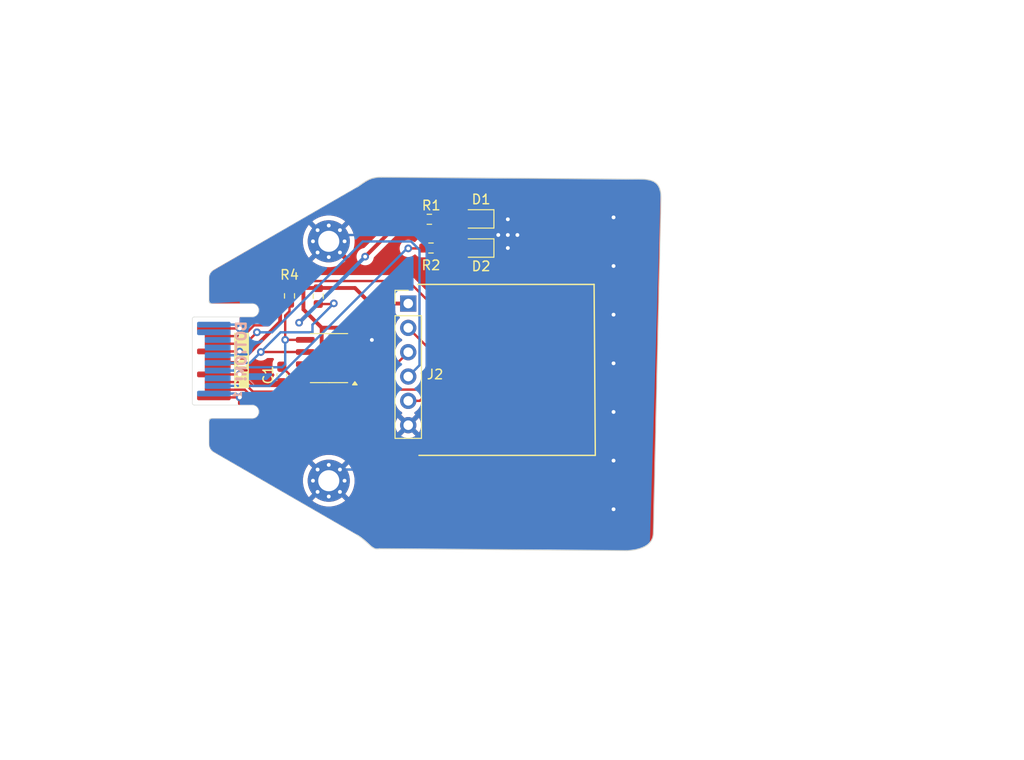
<source format=kicad_pcb>
(kicad_pcb (version 20241229) (generator "pcbnew") (generator_version "9.0")
  (layers (0 "F.Cu" signal) (2 "B.Cu" signal) (13 "F.Paste" user) (15 "B.Paste" user) (5 "F.SilkS" user "F.Silkscreen") (7 "B.SilkS" user "B.Silkscreen") (1 "F.Mask" user) (3 "B.Mask" user) (25 "Edge.Cuts" user))
  (net 0 "")
  (net 1 "Net-(D1-A)")
  (net 3 "Net-(D2-A)")
  (net 5 "3.3")
  (net 12 "GND")
  (net 13 "Net-(J1-HS_H)")
  (net 14 "Net-(J1-SDA)")
  (net 15 "Net-(J1-HS_G)")
  (net 16 "Net-(J1-HS_F)")
  (net 17 "Net-(J1-LS_A)")
  (net 18 "Net-(J1-HS_I)")
  (net 19 "Net-(J1-SCL)")
  (footprint "tildagon:hexpansion-edge-connector" (layer "F.Cu") (at 98.25 100)
    (property "Reference" "J1" (hide yes))
    (property "Value" "Hexpansion-Connector" (hide yes))
    (fp_line (start 0 4.4) (end 0 -4.4) (stroke (width 0.05)) (layer "Edge.Cuts"))
    (fp_line (start 6.25 -6) (end 2 -6) (stroke (width 0.05)) (layer "Edge.Cuts"))
    (fp_line (start 6.25 -4.6) (end 0.2 -4.6) (stroke (width 0.05)) (layer "Edge.Cuts"))
    (fp_line (start 6.25 4.6) (end 0.2 4.6) (stroke (width 0.05)) (layer "Edge.Cuts"))
    (fp_line (start 6.25 6) (end 2 6) (stroke (width 0.05)) (layer "Edge.Cuts"))
    (fp_arc (start 0 -4.4) (mid 0.058579 -4.541421) (end 0.2 -4.6) (stroke (width 0.05)) (layer "Edge.Cuts"))
    (fp_arc (start 0.2 4.6) (mid 0.058579 4.541421) (end 0 4.4) (stroke (width 0.05)) (layer "Edge.Cuts"))
    (fp_arc (start 6.25 -6) (mid 6.744975 -5.794975) (end 6.95 -5.3) (stroke (width 0.05)) (layer "Edge.Cuts"))
    (fp_arc (start 6.25 4.6) (mid 6.744975 4.805025) (end 6.95 5.3) (stroke (width 0.05)) (layer "Edge.Cuts"))
    (fp_arc (start 6.95 -5.3) (mid 6.744975 -4.805025) (end 6.25 -4.6) (stroke (width 0.05)) (layer "Edge.Cuts"))
    (fp_arc (start 6.95 5.3) (mid 6.744975 5.794975) (end 6.25 6) (stroke (width 0.05)) (layer "Edge.Cuts"))
    (fp_text user "^ TOP ^" (at 5.8 2.85 90) (layer "F.SilkS" knockout) (effects (font (thickness 0.25) (bold yes)) (justify left bottom)))
    (fp_text user "BOTTOM!" (at 5.7 -4.3 90) (layer "B.SilkS") (effects (font (thickness 0.25) (bold yes)) (justify left bottom mirror)))
    (fp_text user "1" (at 5.2 3.05 90) (layer "B.SilkS") (effects (font (size 0.8 0.8) (thickness 0.2) (bold yes)) (justify left bottom mirror)))
    (pad "1" smd roundrect (at 2.25 3.4) (size 3.5 0.6) (layers "B.Cu" "B.Mask") (net 12 "GND"))
    (pad "2" smd roundrect (at 2.65 2.6) (size 2.7 0.6) (layers "B.Cu" "B.Mask") (net 17 "Net-(J1-LS_A)"))
    (pad "3" smd roundrect (at 2.65 1.8) (size 2.7 0.6) (layers "B.Cu" "B.Mask"))
    (pad "4" smd roundrect (at 2.65 1) (size 2.7 0.6) (layers "B.Cu" "B.Mask") (net 14 "Net-(J1-SDA)"))
    (pad "5" smd roundrect (at 2.65 0.2) (size 2.7 0.6) (layers "B.Cu" "B.Mask") (net 19 "Net-(J1-SCL)"))
    (pad "6" smd roundrect (at 2.65 -0.6) (size 2.7 0.6) (layers "B.Cu" "B.Mask") (net 12 "GND"))
    (pad "7" smd roundrect (at 2.65 -1.4) (size 2.7 0.6) (layers "B.Cu" "B.Mask"))
    (pad "8" smd roundrect (at 2.65 -2.2) (size 2.7 0.6) (layers "B.Cu" "B.Mask"))
    (pad "9" smd roundrect (at 2.25 -3) (size 3.5 0.6) (layers "B.Cu" "B.Mask"))
    (pad "10" smd roundrect (at 2.25 -3.8) (size 3.5 0.6) (layers "B.Cu" "B.Mask") (net 12 "GND"))
    (pad "11" smd roundrect (at 2.25 -3.4 180) (size 3.5 0.6) (layers "F.Cu" "F.Mask") (net 12 "GND"))
    (pad "12" smd roundrect (at 2.65 -2.6 180) (size 2.7 0.6) (layers "F.Cu" "F.Mask") (net 16 "Net-(J1-HS_F)"))
    (pad "13" smd roundrect (at 2.65 -1.8 180) (size 2.7 0.6) (layers "F.Cu" "F.Mask") (net 15 "Net-(J1-HS_G)"))
    (pad "14" smd roundrect (at 2.25 -1 180) (size 3.5 0.6) (layers "F.Cu" "F.Mask") (net 12 "GND"))
    (pad "15" smd roundrect (at 2.65 -0.2 180) (size 2.7 0.6) (layers "F.Cu" "F.Mask") (net 5 "3.3"))
    (pad "16" smd roundrect (at 2.65 0.6 180) (size 2.7 0.6) (layers "F.Cu" "F.Mask") (net 5 "3.3"))
    (pad "17" smd roundrect (at 2.25 1.4 180) (size 3.5 0.6) (layers "F.Cu" "F.Mask") (net 12 "GND"))
    (pad "18" smd roundrect (at 2.65 2.2 180) (size 2.7 0.6) (layers "F.Cu" "F.Mask") (net 13 "Net-(J1-HS_H)"))
    (pad "19" smd roundrect (at 2.65 3 180) (size 2.7 0.6) (layers "F.Cu" "F.Mask") (net 18 "Net-(J1-HS_I)"))
    (pad "20" smd roundrect (at 2.25 3.8 180) (size 3.5 0.6) (layers "F.Cu" "F.Mask") (net 12 "GND"))
  )
  (footprint "Resistor_SMD:R_0603_1608Metric" (layer "F.Cu") (at 108.4 93.2 -90)
    (property "Reference" "R4" (at -2.2 0 180) (layer "F.SilkS"))
    (property "Value" "1k2")
    (fp_line (start -0.237258 0.5225) (end 0.237258 0.5225) (stroke (width 0.12)) (layer "F.SilkS"))
    (fp_line (start -0.237258 -0.5225) (end 0.237258 -0.5225) (stroke (width 0.12)) (layer "F.SilkS"))
    (pad "1" smd roundrect (at -0.825 0 270) (size 0.8 0.95) (layers "F.Cu" "F.Mask" "F.Paste") (net 5 "3.3"))
    (pad "2" smd roundrect (at 0.825 0 270) (size 0.8 0.95) (layers "F.Cu" "F.Mask" "F.Paste") (net 14 "Net-(J1-SDA)"))
  )
  (footprint "Package_SO:SOIC-8_3.9x4.9mm_P1.27mm" (layer "F.Cu") (at 112.525 99.695 180)
    (property "Reference" "U1" (hide yes))
    (property "Value" "AT24CS32")
    (fp_line (start 0 2.56) (end 1.95 2.56) (stroke (width 0.12)) (layer "F.SilkS"))
    (fp_line (start 0 2.56) (end -1.95 2.56) (stroke (width 0.12)) (layer "F.SilkS"))
    (fp_line (start 0 -2.56) (end 1.95 -2.56) (stroke (width 0.12)) (layer "F.SilkS"))
    (fp_line (start 0 -2.56) (end -1.95 -2.56) (stroke (width 0.12)) (layer "F.SilkS"))
    (fp_poly (pts (xy -2.7 -2.465) (xy -2.94 -2.795) (xy -2.46 -2.795)) (stroke (width 0.12)) (fill yes) (layer "F.SilkS"))
    (pad "1" smd roundrect (at -2.475 -1.905 180) (size 1.95 0.6) (layers "F.Cu" "F.Mask" "F.Paste"))
    (pad "2" smd roundrect (at -2.475 -0.635 180) (size 1.95 0.6) (layers "F.Cu" "F.Mask" "F.Paste"))
    (pad "3" smd roundrect (at -2.475 0.635 180) (size 1.95 0.6) (layers "F.Cu" "F.Mask" "F.Paste"))
    (pad "4" smd roundrect (at -2.475 1.905 180) (size 1.95 0.6) (layers "F.Cu" "F.Mask" "F.Paste") (net 12 "GND"))
    (pad "5" smd roundrect (at 2.475 1.905 180) (size 1.95 0.6) (layers "F.Cu" "F.Mask" "F.Paste") (net 14 "Net-(J1-SDA)"))
    (pad "6" smd roundrect (at 2.475 0.635 180) (size 1.95 0.6) (layers "F.Cu" "F.Mask" "F.Paste") (net 19 "Net-(J1-SCL)"))
    (pad "7" smd roundrect (at 2.475 -0.635 180) (size 1.95 0.6) (layers "F.Cu" "F.Mask" "F.Paste"))
    (pad "8" smd roundrect (at 2.475 -1.905 180) (size 1.95 0.6) (layers "F.Cu" "F.Mask" "F.Paste") (net 5 "3.3"))
  )
  (footprint "Resistor_SMD:R_0603_1608Metric" (layer "F.Cu") (at 123.005 85.2)
    (property "Reference" "R1" (at 0.195 -1.445 0) (layer "F.SilkS"))
    (property "Value" "18")
    (fp_line (start -0.237258 -0.5225) (end 0.237258 -0.5225) (stroke (width 0.12)) (layer "F.SilkS"))
    (fp_line (start -0.237258 0.5225) (end 0.237258 0.5225) (stroke (width 0.12)) (layer "F.SilkS"))
    (pad "1" smd roundrect (at -0.825 0) (size 0.8 0.95) (layers "F.Cu" "F.Mask" "F.Paste") (net 5 "3.3"))
    (pad "2" smd roundrect (at 0.825 0) (size 0.8 0.95) (layers "F.Cu" "F.Mask" "F.Paste") (net 1 "Net-(D1-A)"))
  )
  (footprint "LED_SMD:LED_0805_2012Metric" (layer "F.Cu") (at 128.0625 88.2 180)
    (property "Reference" "D2" (at -0.3425 -1.905 0) (layer "F.SilkS"))
    (property "Value" "LED")
    (fp_line (start 1 -0.96) (end -1.685 -0.96) (stroke (width 0.12)) (layer "F.SilkS"))
    (fp_line (start -1.685 0.96) (end 1 0.96) (stroke (width 0.12)) (layer "F.SilkS"))
    (fp_line (start -1.685 -0.96) (end -1.685 0.96) (stroke (width 0.12)) (layer "F.SilkS"))
    (pad "1" smd roundrect (at -0.9375 0 180) (size 0.975 1.4) (layers "F.Cu" "F.Mask" "F.Paste") (net 12 "GND"))
    (pad "2" smd roundrect (at 0.9375 0 180) (size 0.975 1.4) (layers "F.Cu" "F.Mask" "F.Paste") (net 3 "Net-(D2-A)"))
  )
  (footprint "Resistor_SMD:R_0603_1608Metric" (layer "F.Cu") (at 111.4 93.225 -90)
    (property "Reference" "R3" (hide yes))
    (property "Value" "1k2")
    (fp_line (start -0.237258 0.5225) (end 0.237258 0.5225) (stroke (width 0.12)) (layer "F.SilkS"))
    (fp_line (start -0.237258 -0.5225) (end 0.237258 -0.5225) (stroke (width 0.12)) (layer "F.SilkS"))
    (pad "1" smd roundrect (at -0.825 0 270) (size 0.8 0.95) (layers "F.Cu" "F.Mask" "F.Paste") (net 5 "3.3"))
    (pad "2" smd roundrect (at 0.825 0 270) (size 0.8 0.95) (layers "F.Cu" "F.Mask" "F.Paste") (net 19 "Net-(J1-SCL)"))
  )
  (footprint "LED_SMD:LED_0805_2012Metric" (layer "F.Cu") (at 128.0625 85.16 180)
    (property "Reference" "D1" (at -0.3425 2.04 0) (layer "F.SilkS"))
    (property "Value" "LED")
    (fp_line (start 1 -0.96) (end -1.685 -0.96) (stroke (width 0.12)) (layer "F.SilkS"))
    (fp_line (start -1.685 0.96) (end 1 0.96) (stroke (width 0.12)) (layer "F.SilkS"))
    (fp_line (start -1.685 -0.96) (end -1.685 0.96) (stroke (width 0.12)) (layer "F.SilkS"))
    (pad "1" smd roundrect (at -0.9375 0 180) (size 0.975 1.4) (layers "F.Cu" "F.Mask" "F.Paste") (net 12 "GND"))
    (pad "2" smd roundrect (at 0.9375 0 180) (size 0.975 1.4) (layers "F.Cu" "F.Mask" "F.Paste") (net 1 "Net-(D1-A)"))
  )
  (footprint "MountingHole:MountingHole_2.2mm_M2_Pad_Via" (layer "F.Cu") (at 112.5 87.5)
    (property "Reference" "H2" (hide yes))
    (property "Value" "MountingHole_Pad" (hide yes))
    (pad "1" thru_hole circle (at -1.65 0) (size 0.7 0.7) (drill 0.4) (layers "*.Cu" "*.Mask") (net 12 "GND"))
    (pad "1" thru_hole circle (at -1.166726 -1.166726) (size 0.7 0.7) (drill 0.4) (layers "*.Cu" "*.Mask") (net 12 "GND"))
    (pad "1" thru_hole circle (at -1.166726 1.166726) (size 0.7 0.7) (drill 0.4) (layers "*.Cu" "*.Mask") (net 12 "GND"))
    (pad "1" thru_hole circle (at 0 -1.65) (size 0.7 0.7) (drill 0.4) (layers "*.Cu" "*.Mask") (net 12 "GND"))
    (pad "1" thru_hole circle (at 0 0) (size 4.4 4.4) (drill 2.2) (layers "*.Cu" "*.Mask") (net 12 "GND"))
    (pad "1" thru_hole circle (at 0 1.65) (size 0.7 0.7) (drill 0.4) (layers "*.Cu" "*.Mask") (net 12 "GND"))
    (pad "1" thru_hole circle (at 1.166726 -1.166726) (size 0.7 0.7) (drill 0.4) (layers "*.Cu" "*.Mask") (net 12 "GND"))
    (pad "1" thru_hole circle (at 1.166726 1.166726) (size 0.7 0.7) (drill 0.4) (layers "*.Cu" "*.Mask") (net 12 "GND"))
    (pad "1" thru_hole circle (at 1.65 0) (size 0.7 0.7) (drill 0.4) (layers "*.Cu" "*.Mask") (net 12 "GND"))
  )
  (footprint "Resistor_SMD:R_0603_1608Metric" (layer "F.Cu") (at 123.175 88.2)
    (property "Reference" "R2" (at 0 1.8 0) (layer "F.SilkS"))
    (property "Value" "18")
    (fp_line (start -0.237258 -0.5225) (end 0.237258 -0.5225) (stroke (width 0.12)) (layer "F.SilkS"))
    (fp_line (start -0.237258 0.5225) (end 0.237258 0.5225) (stroke (width 0.12)) (layer "F.SilkS"))
    (pad "1" smd roundrect (at -0.825 0) (size 0.8 0.95) (layers "F.Cu" "F.Mask" "F.Paste") (net 17 "Net-(J1-LS_A)"))
    (pad "2" smd roundrect (at 0.825 0) (size 0.8 0.95) (layers "F.Cu" "F.Mask" "F.Paste") (net 3 "Net-(D2-A)"))
  )
  (footprint "Connector_PinHeader_2.54mm:PinHeader_1x06_P2.54mm_Vertical" (layer "F.Cu") (at 120.8 94)
    (property "Reference" "J2" (at 2.8 7.4 0) (layer "F.SilkS"))
    (property "Value" "SD Card breakout")
    (fp_line (start -1.38 -1.38) (end 0 -1.38) (stroke (width 0.12)) (layer "F.SilkS"))
    (fp_line (start -1.38 0) (end -1.38 -1.38) (stroke (width 0.12)) (layer "F.SilkS"))
    (fp_line (start -1.38 1.27) (end -1.38 14.08) (stroke (width 0.12)) (layer "F.SilkS"))
    (fp_line (start -1.38 1.27) (end 1.38 1.27) (stroke (width 0.12)) (layer "F.SilkS"))
    (fp_line (start -1.38 14.08) (end 1.38 14.08) (stroke (width 0.12)) (layer "F.SilkS"))
    (fp_line (start 1.38 1.27) (end 1.38 14.08) (stroke (width 0.12)) (layer "F.SilkS"))
    (pad "1" thru_hole rect (at 0 0) (size 1.7 1.7) (drill 1) (layers "*.Cu" "*.Mask") (net 5 "3.3"))
    (pad "2" thru_hole circle (at 0 2.54) (size 1.7 1.7) (drill 1) (layers "*.Cu" "*.Mask") (net 18 "Net-(J1-HS_I)"))
    (pad "3" thru_hole circle (at 0 5.08) (size 1.7 1.7) (drill 1) (layers "*.Cu" "*.Mask") (net 13 "Net-(J1-HS_H)"))
    (pad "4" thru_hole circle (at 0 7.62) (size 1.7 1.7) (drill 1) (layers "*.Cu" "*.Mask") (net 15 "Net-(J1-HS_G)"))
    (pad "5" thru_hole circle (at 0 10.16) (size 1.7 1.7) (drill 1) (layers "*.Cu" "*.Mask") (net 16 "Net-(J1-HS_F)"))
    (pad "6" thru_hole circle (at 0 12.7) (size 1.7 1.7) (drill 1) (layers "*.Cu" "*.Mask") (net 12 "GND"))
  )
  (footprint "Capacitor_SMD:C_0603_1608Metric_Pad1.08x0.95mm_HandSolder" (layer "F.Cu") (at 107.6 101.4625 90)
    (property "Reference" "C1" (at 0 -1.43 90) (layer "F.SilkS"))
    (property "Value" "C")
    (fp_line (start -0.146267 -0.51) (end 0.146267 -0.51) (stroke (width 0.12)) (layer "F.SilkS"))
    (fp_line (start -0.146267 0.51) (end 0.146267 0.51) (stroke (width 0.12)) (layer "F.SilkS"))
    (pad "1" smd roundrect (at -0.8625 0 90) (size 1.075 0.95) (layers "F.Cu" "F.Mask" "F.Paste") (net 12 "GND"))
    (pad "2" smd roundrect (at 0.8625 0 90) (size 1.075 0.95) (layers "F.Cu" "F.Mask" "F.Paste") (net 5 "3.3"))
  )
  (footprint "MountingHole:MountingHole_2.2mm_M2_Pad_Via" (layer "F.Cu") (at 112.5 112.5)
    (property "Reference" "H1" (hide yes))
    (property "Value" "MountingHole_Pad" (hide yes))
    (pad "1" thru_hole circle (at -1.65 0) (size 0.7 0.7) (drill 0.4) (layers "*.Cu" "*.Mask") (net 12 "GND"))
    (pad "1" thru_hole circle (at -1.166726 -1.166726) (size 0.7 0.7) (drill 0.4) (layers "*.Cu" "*.Mask") (net 12 "GND"))
    (pad "1" thru_hole circle (at -1.166726 1.166726) (size 0.7 0.7) (drill 0.4) (layers "*.Cu" "*.Mask") (net 12 "GND"))
    (pad "1" thru_hole circle (at 0 -1.65) (size 0.7 0.7) (drill 0.4) (layers "*.Cu" "*.Mask") (net 12 "GND"))
    (pad "1" thru_hole circle (at 0 0) (size 4.4 4.4) (drill 2.2) (layers "*.Cu" "*.Mask") (net 12 "GND"))
    (pad "1" thru_hole circle (at 0 1.65) (size 0.7 0.7) (drill 0.4) (layers "*.Cu" "*.Mask") (net 12 "GND"))
    (pad "1" thru_hole circle (at 1.166726 -1.166726) (size 0.7 0.7) (drill 0.4) (layers "*.Cu" "*.Mask") (net 12 "GND"))
    (pad "1" thru_hole circle (at 1.166726 1.166726) (size 0.7 0.7) (drill 0.4) (layers "*.Cu" "*.Mask") (net 12 "GND"))
    (pad "1" thru_hole circle (at 1.65 0) (size 0.7 0.7) (drill 0.4) (layers "*.Cu" "*.Mask") (net 12 "GND"))
  )
  (gr_line (start 121.7925 92) (end 140.2075 92) (stroke (width 0.15)) (layer "F.SilkS"))
  (gr_line (start 140.2075 92) (end 140.335 109.855) (stroke (width 0.15)) (layer "F.SilkS"))
  (gr_line (start 140.335 109.855) (end 121.92 109.855) (stroke (width 0.15)) (layer "F.SilkS"))
  (gr_line (start 100.5 90.473725) (end 115.499995 81.813472) (stroke (width 0.05)) (layer "Edge.Cuts"))
  (gr_arc (start 100.25 94) (mid 100.073223 93.926777) (end 100 93.75) (stroke (width 0.1)) (layer "Edge.Cuts"))
  (gr_line (start 117.8 119.6) (end 143.6 119.8) (stroke (width 0.1)) (layer "Edge.Cuts"))
  (gr_line (start 118 80.8) (end 143.8 81) (stroke (width 0.1)) (layer "Edge.Cuts"))
  (gr_line (start 146.4 118) (end 147.2 83) (stroke (width 0.1)) (layer "Edge.Cuts"))
  (gr_line (start 100.5 109.526269) (end 115.499995 118.186522) (stroke (width 0.05)) (layer "Edge.Cuts"))
  (gr_line (start 100 93.75) (end 100 91.33975) (stroke (width 0.05)) (layer "Edge.Cuts"))
  (gr_curve (pts (xy 115.499995 118.186522) (xy 116.8 119) (xy 117 119.8) (xy 117.8 119.6)) (stroke (width 0.1)) (layer "Edge.Cuts"))
  (gr_arc (start 100 91.33975) (mid 100.133975 90.83975) (end 100.5 90.473725) (stroke (width 0.05)) (layer "Edge.Cuts"))
  (gr_curve (pts (xy 146.4 118) (xy 146.358368 119.8214) (xy 143.6 119.8) (xy 143.6 119.8)) (stroke (width 0.1)) (layer "Edge.Cuts"))
  (gr_line (start 100 106.25) (end 100 108.660243) (stroke (width 0.05)) (layer "Edge.Cuts"))
  (gr_arc (start 100 106.25) (mid 100.073223 106.073223) (end 100.25 106) (stroke (width 0.1)) (layer "Edge.Cuts"))
  (gr_arc (start 100.5 109.526269) (mid 100.133975 109.160243) (end 100 108.660243) (stroke (width 0.05)) (layer "Edge.Cuts"))
  (gr_curve (pts (xy 115.499995 81.813472) (xy 116.4 81.2) (xy 116.8 80.8) (xy 118 80.8)) (stroke (width 0.1)) (layer "Edge.Cuts"))
  (gr_curve (pts (xy 143.8 81) (xy 145.8 81) (xy 147.2 80.8) (xy 147.2 83)) (stroke (width 0.1)) (layer "Edge.Cuts"))
  (segment (start 127.085 85.2) (end 127.125 85.16) (width 0.25) (layer "F.Cu") (net 1))
  (segment (start 123.83 85.2) (end 127.085 85.2) (width 0.4) (layer "F.Cu") (net 1))
  (segment (start 124 88.2) (end 127.125 88.2) (width 0.4) (layer "F.Cu") (net 3))
  (segment (start 110.05 101.6) (end 111.024999 101.6) (width 0.4) (layer "F.Cu") (net 5))
  (segment (start 111.375 92.375) (end 111.4 92.4) (width 0.25) (layer "F.Cu") (net 5))
  (segment (start 108.4 92.375) (end 109.855 92.375) (width 0.4) (layer "F.Cu") (net 5))
  (segment (start 108.6 101.6) (end 110.05 101.6) (width 0.25) (layer "F.Cu") (net 5))
  (segment (start 111.76 100.864999) (end 111.76 96.52) (width 0.4) (layer "F.Cu") (net 5))
  (segment (start 122.18 85.2) (end 120.8 85.2) (width 0.4) (layer "F.Cu") (net 5))
  (segment (start 110.32 95.08) (end 109.4 96) (width 0.4) (layer "F.Cu") (net 5))
  (segment (start 120.2 85.2) (end 120.8 85.2) (width 0.4) (layer "F.Cu") (net 5))
  (segment (start 114.3 96.52) (end 116.84 93.98) (width 0.4) (layer "F.Cu") (net 5))
  (segment (start 109.855 92.375) (end 111.375 92.375) (width 0.4) (layer "F.Cu") (net 5))
  (segment (start 100.9 100.2) (end 100.9 100.6) (width 0.25) (layer "F.Cu") (net 5))
  (segment (start 103.132786 100.2) (end 107.424 95.908786) (width 0.4) (layer "F.Cu") (net 5))
  (segment (start 111.76 96.52) (end 114.3 96.52) (width 0.4) (layer "F.Cu") (net 5))
  (segment (start 120.8 94) (end 116.86 94) (width 0.4) (layer "F.Cu") (net 5))
  (segment (start 107.6 100.6) (end 108.6 101.6) (width 0.25) (layer "F.Cu") (net 5))
  (segment (start 107.424 93.351) (end 108.4 92.375) (width 0.4) (layer "F.Cu") (net 5))
  (segment (start 109.855 94.615) (end 109.855 92.375) (width 0.4) (layer "F.Cu") (net 5))
  (segment (start 116.3 89.1) (end 120.2 85.2) (width 0.4) (layer "F.Cu") (net 5))
  (segment (start 111.76 96.52) (end 110.32 95.08) (width 0.4) (layer "F.Cu") (net 5))
  (segment (start 115.235 92.375) (end 111.375 92.375) (width 0.4) (layer "F.Cu") (net 5))
  (segment (start 111.024999 101.6) (end 111.76 100.864999) (width 0.4) (layer "F.Cu") (net 5))
  (segment (start 116.84 93.98) (end 115.235 92.375) (width 0.4) (layer "F.Cu") (net 5))
  (segment (start 100.9 100.2) (end 103.132786 100.2) (width 0.4) (layer "F.Cu") (net 5))
  (segment (start 116.86 94) (end 116.84 93.98) (width 0.25) (layer "F.Cu") (net 5))
  (segment (start 100.9 99.8) (end 100.9 100.2) (width 0.25) (layer "F.Cu") (net 5))
  (segment (start 110.32 95.08) (end 109.855 94.615) (width 0.4) (layer "F.Cu") (net 5))
  (segment (start 107.424 95.908786) (end 107.424 93.351) (width 0.4) (layer "F.Cu") (net 5))
  (via (at 116.3 89.1) (size 0.8) (drill 0.4) (layers "F.Cu" "B.Cu") (net 5))
  (via (at 109.4 96) (size 0.8) (drill 0.4) (layers "F.Cu" "B.Cu") (net 5))
  (segment (start 109.4 96) (end 116.3 89.1) (width 0.4) (layer "B.Cu") (net 5))
  (segment (start 116.3 89.1) (end 116.4 89) (width 0.4) (layer "B.Cu") (net 5))
  (segment (start 103.41109 101.4) (end 104.61109 102.6) (width 0.25) (layer "F.Cu") (net 12))
  (segment (start 132.2 86.2) (end 131.2 85.2) (width 0.4) (layer "F.Cu") (net 12))
  (segment (start 131.16 85.16) (end 131.2 85.2) (width 0.25) (layer "F.Cu") (net 12))
  (segment (start 130.2 86.84) (end 130.2 87) (width 0.25) (layer "F.Cu") (net 12))
  (segment (start 100.5 101.4) (end 103.2 101.4) (width 0.25) (layer "F.Cu") (net 12))
  (segment (start 105.6 92.8) (end 107.4 91) (width 0.25) (layer "F.Cu") (net 12))
  (segment (start 103.2 101.4) (end 103.41109 101.4) (width 0.25) (layer "F.Cu") (net 12))
  (segment (start 116.99 97.79) (end 117 97.8) (width 0.25) (layer "F.Cu") (net 12))
  (segment (start 100.5 103.8) (end 103.2 103.8) (width 0.25) (layer "F.Cu") (net 12))
  (segment (start 113 98) (end 113.21 97.79) (width 0.25) (layer "F.Cu") (net 12))
  (segment (start 100.5 96.6) (end 103.2 96.6) (width 0.25) (layer "F.Cu") (net 12))
  (segment (start 131.2 88.2) (end 131.2 87.84) (width 0.25) (layer "F.Cu") (net 12))
  (segment (start 131.2 87.84) (end 132.2 86.84) (width 0.4) (layer "F.Cu") (net 12))
  (segment (start 131.2 88.2) (end 129 88.2) (width 0.4) (layer "F.Cu") (net 12))
  (segment (start 129 85.64) (end 130.2 86.84) (width 0.4) (layer "F.Cu") (net 12))
  (segment (start 131.2 85.2) (end 131.2 88.2) (width 0.4) (layer "F.Cu") (net 12))
  (segment (start 130.2 87.2) (end 131.2 88.2) (width 0.4) (layer "F.Cu") (net 12))
  (segment (start 103.2 96.6) (end 104 95.8) (width 0.25) (layer "F.Cu") (net 12))
  (segment (start 109 91) (end 112.5 87.5) (width 0.25) (layer "F.Cu") (net 12))
  (segment (start 130.2 86.2) (end 131.2 85.2) (width 0.4) (layer "F.Cu") (net 12))
  (segment (start 130.2 86.84) (end 130.2 87.2) (width 0.25) (layer "F.Cu") (net 12))
  (segment (start 130.2 86.84) (end 130.2 86.2) (width 0.4) (layer "F.Cu") (net 12))
  (segment (start 104.61109 102.6) (end 111.6 102.6) (width 0.25) (layer "F.Cu") (net 12))
  (segment (start 107.4 91) (end 109 91) (width 0.25) (layer "F.Cu") (net 12))
  (segment (start 115 97.79) (end 116.99 97.79) (width 0.25) (layer "F.Cu") (net 12))
  (segment (start 129 85.16) (end 131.16 85.16) (width 0.4) (layer "F.Cu") (net 12))
  (segment (start 129 85.16) (end 129 85.64) (width 0.4) (layer "F.Cu") (net 12))
  (segment (start 100.5 99) (end 103.2 99) (width 0.25) (layer "F.Cu") (net 12))
  (segment (start 132.2 86.84) (end 132.2 86.2) (width 0.4) (layer "F.Cu") (net 12))
  (segment (start 113.21 97.79) (end 115 97.79) (width 0.25) (layer "F.Cu") (net 12))
  (segment (start 111.6 102.6) (end 113 101.2) (width 0.25) (layer "F.Cu") (net 12))
  (segment (start 113 101.2) (end 113 98) (width 0.25) (layer "F.Cu") (net 12))
  (segment (start 130.2 87) (end 129 88.2) (width 0.4) (layer "F.Cu") (net 12))
  (segment (start 104 95.8) (end 105.6 95.8) (width 0.25) (layer "F.Cu") (net 12))
  (segment (start 105.6 95.8) (end 105.6 92.8) (width 0.25) (layer "F.Cu") (net 12))
  (via (at 132.2 86.84) (size 0.8) (drill 0.4) (layers "F.Cu" "B.Cu") (net 12))
  (via (at 142.24 90.08) (size 0.8) (drill 0.4) (layers "F.Cu" "B.Cu") (net 12))
  (via (at 131.2 86.84) (size 0.8) (drill 0.4) (layers "F.Cu" "B.Cu") (net 12))
  (via (at 142.24 115.48) (size 0.8) (drill 0.4) (layers "F.Cu" "B.Cu") (net 12))
  (via (at 103.2 103.8) (size 0.8) (drill 0.4) (layers "F.Cu" "B.Cu") (net 12))
  (via (at 131.2 88.2) (size 0.8) (drill 0.4) (layers "F.Cu" "B.Cu") (net 12))
  (via (at 142.24 85) (size 0.8) (drill 0.4) (layers "F.Cu" "B.Cu") (net 12))
  (via (at 103.2 99) (size 0.8) (drill 0.4) (layers "F.Cu" "B.Cu") (net 12))
  (via (at 142.24 110.4) (size 0.8) (drill 0.4) (layers "F.Cu" "B.Cu") (net 12))
  (via (at 103.2 101.4) (size 0.8) (drill 0.4) (layers "F.Cu" "B.Cu") (net 12))
  (via (at 130.2 86.84) (size 0.8) (drill 0.4) (layers "F.Cu" "B.Cu") (net 12))
  (via (at 142.24 95.16) (size 0.8) (drill 0.4) (layers "F.Cu" "B.Cu") (net 12))
  (via (at 103.2 96.6) (size 0.8) (drill 0.4) (layers "F.Cu" "B.Cu") (net 12))
  (via (at 142.24 100.24) (size 0.8) (drill 0.4) (layers "F.Cu" "B.Cu") (net 12))
  (via (at 131.2 85.2) (size 0.8) (drill 0.4) (layers "F.Cu" "B.Cu") (net 12))
  (via (at 117 97.8) (size 0.8) (drill 0.4) (layers "F.Cu" "B.Cu") (net 12))
  (via (at 142.24 105.32) (size 0.8) (drill 0.4) (layers "F.Cu" "B.Cu") (net 12))
  (segment (start 103.2 103.8) (end 102.8 103.4) (width 0.25) (layer "B.Cu") (net 12))
  (segment (start 131.2 85.2) (end 131.2 86.84) (width 0.25) (layer "B.Cu") (net 12))
  (segment (start 107.4 103.8) (end 111 103.8) (width 0.25) (layer "B.Cu") (net 12))
  (segment (start 113.666726 111.333274) (end 116.166726 111.333274) (width 0.25) (layer "B.Cu") (net 12))
  (segment (start 102.8 99.4) (end 103.2 99) (width 0.25) (layer "B.Cu") (net 12))
  (segment (start 131.2 86.84) (end 131.2 88.2) (width 0.4) (layer "B.Cu") (net 12))
  (segment (start 113.16 86.84) (end 130.2 86.84) (width 0.25) (layer "B.Cu") (net 12))
  (segment (start 100.9 99.4) (end 102.8 99.4) (width 0.25) (layer "B.Cu") (net 12))
  (segment (start 102.8 103.4) (end 100.5 103.4) (width 0.25) (layer "B.Cu") (net 12))
  (segment (start 117.9 103.8) (end 107.4 103.8) (width 0.25) (layer "B.Cu") (net 12))
  (segment (start 116.166726 111.333274) (end 120.8 106.7) (width 0.25) (layer "B.Cu") (net 12))
  (segment (start 103.2 103.8) (end 107.4 103.8) (width 0.25) (layer "B.Cu") (net 12))
  (segment (start 100.5 96.2) (end 102.8 96.2) (width 0.25) (layer "B.Cu") (net 12))
  (segment (start 103.2 96.6) (end 103.2 99) (width 0.25) (layer "B.Cu") (net 12))
  (segment (start 102.8 96.2) (end 103.2 96.6) (width 0.25) (layer "B.Cu") (net 12))
  (segment (start 111 103.8) (end 117 97.8) (width 0.25) (layer "B.Cu") (net 12))
  (segment (start 130.2 86.84) (end 132.2 86.84) (width 0.25) (layer "B.Cu") (net 12))
  (segment (start 112.5 87.5) (end 113.16 86.84) (width 0.25) (layer "B.Cu") (net 12))
  (segment (start 120.8 106.7) (end 117.9 103.8) (width 0.25) (layer "B.Cu") (net 12))
  (segment (start 103.57328 102.2) (end 104.58664 103.21336) (width 0.25) (layer "F.Cu") (net 13))
  (segment (start 116.6 103.2) (end 104.6 103.2) (width 0.25) (layer "F.Cu") (net 13))
  (segment (start 104.6 103.2) (end 104.58664 103.21336) (width 0.25) (layer "F.Cu") (net 13))
  (segment (start 120.8 99.08) (end 118.84 101.04) (width 0.25) (layer "F.Cu") (net 13))
  (segment (start 118.76 101.04) (end 116.6 103.2) (width 0.25) (layer "F.Cu") (net 13))
  (segment (start 100.9 102.2) (end 103.57328 102.2) (width 0.25) (layer "F.Cu") (net 13))
  (segment (start 118.84 101.04) (end 118.76 101.04) (width 0.25) (layer "F.Cu") (net 13))
  (segment (start 107.95 97.79) (end 110.05 97.79) (width 0.25) (layer "F.Cu") (net 14))
  (segment (start 108.4 94.025) (end 108.4 94.8) (width 0.25) (layer "F.Cu") (net 14))
  (segment (start 107.95 95.25) (end 107.95 97.79) (width 0.25) (layer "F.Cu") (net 14))
  (segment (start 108.4 94.8) (end 107.95 95.25) (width 0.25) (layer "F.Cu") (net 14))
  (via (at 107.95 97.79) (size 0.8) (drill 0.4) (layers "F.Cu" "B.Cu") (net 14))
  (segment (start 107.629 100.651) (end 107.95 100.33) (width 0.25) (layer "B.Cu") (net 14))
  (segment (start 107.95 100.33) (end 107.95 97.79) (width 0.25) (layer "B.Cu") (net 14))
  (segment (start 100.9 101) (end 102.57328 101) (width 0.25) (layer "B.Cu") (net 14))
  (segment (start 102.57328 101) (end 102.92228 100.651) (width 0.25) (layer "B.Cu") (net 14))
  (segment (start 102.92228 100.651) (end 107.629 100.651) (width 0.25) (layer "B.Cu") (net 14))
  (segment (start 100.9 98.2) (end 103.8 98.2) (width 0.25) (layer "F.Cu") (net 15))
  (segment (start 103.8 98.2) (end 105 97) (width 0.25) (layer "F.Cu") (net 15))
  (via (at 105 97) (size 0.8) (drill 0.4) (layers "F.Cu" "B.Cu") (net 15))
  (segment (start 121.10072 87.514) (end 121.976 88.38928) (width 0.25) (layer "B.Cu") (net 15))
  (segment (start 106.572304 97) (end 116.058304 87.514) (width 0.25) (layer "B.Cu") (net 15))
  (segment (start 116.058304 87.514) (end 121.10072 87.514) (width 0.25) (layer "B.Cu") (net 15))
  (segment (start 121.976 100.444) (end 120.8 101.62) (width 0.25) (layer "B.Cu") (net 15))
  (segment (start 121.976 88.38928) (end 121.976 100.444) (width 0.25) (layer "B.Cu") (net 15))
  (segment (start 105 97) (end 106.572304 97) (width 0.25) (layer "B.Cu") (net 15))
  (segment (start 122.002081 104.16) (end 120.8 104.16) (width 0.25) (layer "F.Cu") (net 16))
  (segment (start 106.8 95.6) (end 106.8 92.750582) (width 0.25) (layer "F.Cu") (net 16))
  (segment (start 123.251 102.911081) (end 122.002081 104.16) (width 0.25) (layer "F.Cu") (net 16))
  (segment (start 103.57328 97.4) (end 104.69928 96.274) (width 0.25) (layer "F.Cu") (net 16))
  (segment (start 106.8 92.750582) (end 107.901582 91.649) (width 0.25) (layer "F.Cu") (net 16))
  (segment (start 100.9 97.4) (end 103.57328 97.4) (width 0.25) (layer "F.Cu") (net 16))
  (segment (start 120.801 91.649) (end 123.251 94.099) (width 0.25) (layer "F.Cu") (net 16))
  (segment (start 104.69928 96.274) (end 106.126 96.274) (width 0.25) (layer "F.Cu") (net 16))
  (segment (start 106.126 96.274) (end 106.8 95.6) (width 0.25) (layer "F.Cu") (net 16))
  (segment (start 123.251 94.099) (end 123.251 102.911081) (width 0.25) (layer "F.Cu") (net 16))
  (segment (start 107.901582 91.649) (end 120.801 91.649) (width 0.25) (layer "F.Cu") (net 16))
  (segment (start 120.8 88.24) (end 122.31 88.24) (width 0.25) (layer "F.Cu") (net 17))
  (segment (start 122.31 88.24) (end 122.35 88.2) (width 0.25) (layer "F.Cu") (net 17))
  (via (at 120.8 88.24) (size 0.8) (drill 0.4) (layers "F.Cu" "B.Cu") (net 17))
  (segment (start 106.31781 102.6) (end 100.9 102.6) (width 0.25) (layer "B.Cu") (net 17))
  (segment (start 120.8 88.24) (end 120.67781 88.24) (width 0.25) (layer "B.Cu") (net 17))
  (segment (start 120.67781 88.24) (end 106.31781 102.6) (width 0.25) (layer "B.Cu") (net 17))
  (segment (start 117.4 103.8) (end 118.216 102.984) (width 0.25) (layer "F.Cu") (net 18))
  (segment (start 122.8 98.54) (end 120.8 96.54) (width 0.25) (layer "F.Cu") (net 18))
  (segment (start 122.8 102.4) (end 122.8 98.54) (width 0.25) (layer "F.Cu") (net 18))
  (segment (start 103.73547 103) (end 104.53547 103.8) (width 0.25) (layer "F.Cu") (net 18))
  (segment (start 104.53547 103.8) (end 117.4 103.8) (width 0.25) (layer "F.Cu") (net 18))
  (segment (start 100.9 103) (end 103.73547 103) (width 0.25) (layer "F.Cu") (net 18))
  (segment (start 122.216 102.984) (end 122.8 102.4) (width 0.25) (layer "F.Cu") (net 18))
  (segment (start 118.216 102.984) (end 122.216 102.984) (width 0.25) (layer "F.Cu") (net 18))
  (segment (start 111.4 94.05) (end 112.96 94.05) (width 0.25) (layer "F.Cu") (net 19))
  (segment (start 110.05 99.06) (end 105.41 99.06) (width 0.25) (layer "F.Cu") (net 19))
  (segment (start 112.96 94.05) (end 113.03 93.98) (width 0.25) (layer "F.Cu") (net 19))
  (via (at 105.41 99.06) (size 0.8) (drill 0.4) (layers "F.Cu" "B.Cu") (net 19))
  (via (at 113.03 93.98) (size 0.8) (drill 0.4) (layers "F.Cu" "B.Cu") (net 19))
  (segment (start 110.8 97) (end 110.8 96.21) (width 0.25) (layer "B.Cu") (net 19))
  (segment (start 105.41 99.06) (end 107.47 97) (width 0.25) (layer "B.Cu") (net 19))
  (segment (start 110.8 96.21) (end 113.03 93.98) (width 0.25) (layer "B.Cu") (net 19))
  (segment (start 107.47 97) (end 110.8 97) (width 0.25) (layer "B.Cu") (net 19))
  (segment (start 104.27 100.2) (end 105.41 99.06) (width 0.25) (layer "B.Cu") (net 19))
  (segment (start 100.9 100.2) (end 104.27 100.2) (width 0.25) (layer "B.Cu") (net 19))
  (zone (net 12) (net_name "GND") (layer "F.Cu") (priority 1) (connect_pads (clearance 0.5)) (min_thickness 0.25) (fill yes (thermal_gap 0.5) (thermal_bridge_width 0.5))
    (polygon (pts (xy 103.2 94.6) (xy 99.2 94.6) (xy 99.2 90.2) (xy 117.6 79.8) (xy 148.6 80.2) (xy 147.8 120.8) (xy 117.2 120.8) (xy 99.2 109.8) (xy 99.2 105.2) (xy 103 105.2)))
  )
  (zone (net 12) (net_name "GND") (layer "B.Cu") (connect_pads (clearance 0.5)) (min_thickness 0.25) (fill yes (thermal_gap 0.5) (thermal_bridge_width 0.5))
    (polygon (pts (xy 147.2 81) (xy 117.2 80.8) (xy 100 90.8) (xy 100 94) (xy 103.2 93.8) (xy 103.2 106) (xy 100 106) (xy 100 109.2) (xy 117.2 119.6) (xy 146 120) (xy 147.2 80.8) (xy 147 81)))
  )
)
</source>
